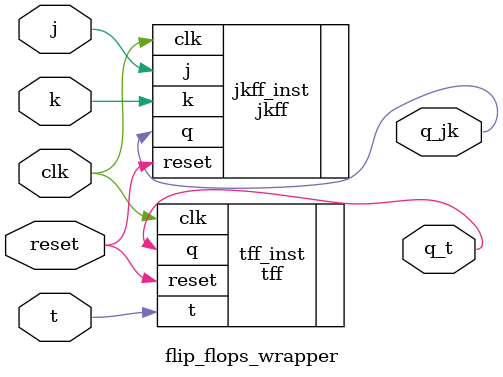
<source format=v>
`include "d_flip_flop.v"
`include "t_flip_flop.v"
`include "jk_flip_flop.v"

module flip_flops_wrapper (
    input wire clk,
    input wire reset,
    input wire t,
    input wire j,
    input wire k,
    output wire q_t,
    output wire q_jk
);

    tff tff_inst (
        .t(t),
        .clk(clk),
        .reset(reset),
        .q(q_t)
    );

    jkff jkff_inst (
        .j(j),
        .k(k),
        .clk(clk),
        .reset(reset),
        .q(q_jk)
    );

endmodule

</source>
